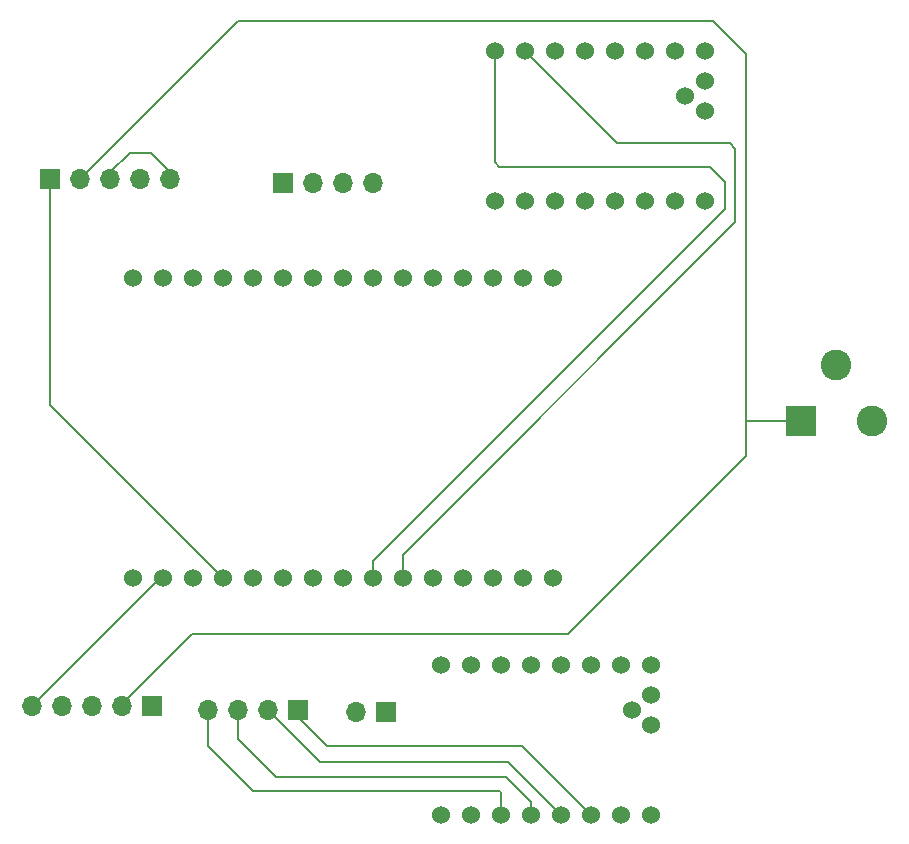
<source format=gbl>
G04 #@! TF.GenerationSoftware,KiCad,Pcbnew,8.0.8-8.0.8-0~ubuntu20.04.1*
G04 #@! TF.CreationDate,2025-01-23T22:26:11-05:00*
G04 #@! TF.ProjectId,sub_pcb,7375625f-7063-4622-9e6b-696361645f70,rev?*
G04 #@! TF.SameCoordinates,Original*
G04 #@! TF.FileFunction,Copper,L2,Bot*
G04 #@! TF.FilePolarity,Positive*
%FSLAX46Y46*%
G04 Gerber Fmt 4.6, Leading zero omitted, Abs format (unit mm)*
G04 Created by KiCad (PCBNEW 8.0.8-8.0.8-0~ubuntu20.04.1) date 2025-01-23 22:26:11*
%MOMM*%
%LPD*%
G01*
G04 APERTURE LIST*
G04 #@! TA.AperFunction,ComponentPad*
%ADD10R,1.700000X1.700000*%
G04 #@! TD*
G04 #@! TA.AperFunction,ComponentPad*
%ADD11O,1.700000X1.700000*%
G04 #@! TD*
G04 #@! TA.AperFunction,ComponentPad*
%ADD12C,1.524000*%
G04 #@! TD*
G04 #@! TA.AperFunction,ComponentPad*
%ADD13R,2.600000X2.600000*%
G04 #@! TD*
G04 #@! TA.AperFunction,ComponentPad*
%ADD14C,2.600000*%
G04 #@! TD*
G04 #@! TA.AperFunction,Conductor*
%ADD15C,0.200000*%
G04 #@! TD*
G04 APERTURE END LIST*
D10*
X115890000Y-87170000D03*
D11*
X113350000Y-87170000D03*
D10*
X96075000Y-86625000D03*
D11*
X93535000Y-86625000D03*
X90995000Y-86625000D03*
X88455000Y-86625000D03*
X85915000Y-86625000D03*
D12*
X120610000Y-95850000D03*
X123150000Y-95850000D03*
X125690000Y-95850000D03*
X128230000Y-95850000D03*
X130770000Y-95850000D03*
X133310000Y-95850000D03*
X135850000Y-95850000D03*
X138390000Y-95850000D03*
X120610000Y-83150000D03*
X123150000Y-83150000D03*
X125690000Y-83150000D03*
X128230000Y-83150000D03*
X130770000Y-83150000D03*
X133310000Y-83150000D03*
X135850000Y-83150000D03*
X138390000Y-83150000D03*
X138390000Y-88230000D03*
X138390000Y-85690000D03*
X136739000Y-86960000D03*
X125110000Y-43850000D03*
X127650000Y-43850000D03*
X130190000Y-43850000D03*
X132730000Y-43850000D03*
X135270000Y-43850000D03*
X137810000Y-43850000D03*
X140350000Y-43850000D03*
X142890000Y-43850000D03*
X125110000Y-31150000D03*
X127650000Y-31150000D03*
X130190000Y-31150000D03*
X132730000Y-31150000D03*
X135270000Y-31150000D03*
X137810000Y-31150000D03*
X140350000Y-31150000D03*
X142890000Y-31150000D03*
X142890000Y-36230000D03*
X142890000Y-33690000D03*
X141239000Y-34960000D03*
X130042000Y-75787000D03*
X127502000Y-75787000D03*
X124962000Y-75787000D03*
X122422000Y-75787000D03*
X119882000Y-75787000D03*
X117342000Y-75787000D03*
X114802000Y-75787000D03*
X112262000Y-75787000D03*
X109722000Y-75787000D03*
X107182000Y-75787000D03*
X104642000Y-75787000D03*
X102102000Y-75787000D03*
X99562000Y-75787000D03*
X97022000Y-75787000D03*
X94482000Y-75787000D03*
X130042000Y-50387000D03*
X127502000Y-50387000D03*
X124962000Y-50387000D03*
X122422000Y-50387000D03*
X119882000Y-50387000D03*
X117342000Y-50387000D03*
X114802000Y-50387000D03*
X112262000Y-50387000D03*
X109722000Y-50387000D03*
X107182000Y-50387000D03*
X104642000Y-50387000D03*
X102102000Y-50387000D03*
X99562000Y-50387000D03*
X97022000Y-50387000D03*
X94482000Y-50387000D03*
D10*
X107200000Y-42375000D03*
D11*
X109740000Y-42375000D03*
X112280000Y-42375000D03*
X114820000Y-42375000D03*
X100850000Y-86945000D03*
X103390000Y-86945000D03*
X105930000Y-86945000D03*
D10*
X108470000Y-86945000D03*
D11*
X97620000Y-42000000D03*
X95080000Y-42000000D03*
X92540000Y-42000000D03*
X90000000Y-42000000D03*
D10*
X87460000Y-42000000D03*
D13*
X151050000Y-62490000D03*
D14*
X157050000Y-62490000D03*
X154050000Y-57790000D03*
D15*
X125690000Y-95850000D02*
X125690000Y-93990000D01*
X125690000Y-93990000D02*
X125530000Y-93830000D01*
X125530000Y-93830000D02*
X104640000Y-93830000D01*
X104640000Y-93830000D02*
X100850000Y-90040000D01*
X100850000Y-90040000D02*
X100850000Y-86945000D01*
X93535000Y-86625000D02*
X93535000Y-86465000D01*
X93535000Y-86465000D02*
X99490000Y-80510000D01*
X99490000Y-80510000D02*
X131360000Y-80510000D01*
X131360000Y-80510000D02*
X146400000Y-65470000D01*
X146400000Y-65470000D02*
X146400000Y-62490000D01*
X146400000Y-62490000D02*
X146400000Y-31400000D01*
X146400000Y-31400000D02*
X143640000Y-28640000D01*
X143640000Y-28640000D02*
X103360000Y-28640000D01*
X103360000Y-28640000D02*
X90000000Y-42000000D01*
X151050000Y-62490000D02*
X146400000Y-62490000D01*
X128230000Y-95850000D02*
X128230000Y-94772370D01*
X128230000Y-94772370D02*
X126107630Y-92650000D01*
X126107630Y-92650000D02*
X106620000Y-92650000D01*
X106620000Y-92650000D02*
X103390000Y-89420000D01*
X103390000Y-89420000D02*
X103390000Y-86945000D01*
X133310000Y-95850000D02*
X127440000Y-89980000D01*
X127440000Y-89980000D02*
X110920000Y-89980000D01*
X110920000Y-89980000D02*
X108470000Y-87530000D01*
X108470000Y-87530000D02*
X108470000Y-86945000D01*
X130770000Y-95850000D02*
X126270000Y-91350000D01*
X126270000Y-91350000D02*
X110335000Y-91350000D01*
X110335000Y-91350000D02*
X105930000Y-86945000D01*
X85915000Y-86625000D02*
X96753000Y-75787000D01*
X96753000Y-75787000D02*
X97022000Y-75787000D01*
X92540000Y-42000000D02*
X92540000Y-41460000D01*
X92540000Y-41460000D02*
X94200000Y-39800000D01*
X97620000Y-41420000D02*
X97620000Y-42000000D01*
X94200000Y-39800000D02*
X96000000Y-39800000D01*
X96000000Y-39800000D02*
X97620000Y-41420000D01*
X102102000Y-75787000D02*
X87460000Y-61145000D01*
X87460000Y-61145000D02*
X87460000Y-42000000D01*
X117342000Y-75787000D02*
X117342000Y-73838000D01*
X145060000Y-39000000D02*
X135500000Y-39000000D01*
X117342000Y-73838000D02*
X145490000Y-45690000D01*
X145490000Y-45690000D02*
X145490000Y-39430000D01*
X145490000Y-39430000D02*
X145060000Y-39000000D01*
X135500000Y-39000000D02*
X127650000Y-31150000D01*
X114802000Y-75787000D02*
X114802000Y-74368000D01*
X114802000Y-74368000D02*
X144580000Y-44590000D01*
X125490000Y-40960000D02*
X125110000Y-40580000D01*
X144580000Y-44590000D02*
X144580000Y-42230000D01*
X144580000Y-42230000D02*
X143310000Y-40960000D01*
X143310000Y-40960000D02*
X125490000Y-40960000D01*
X125110000Y-40580000D02*
X125110000Y-31150000D01*
M02*

</source>
